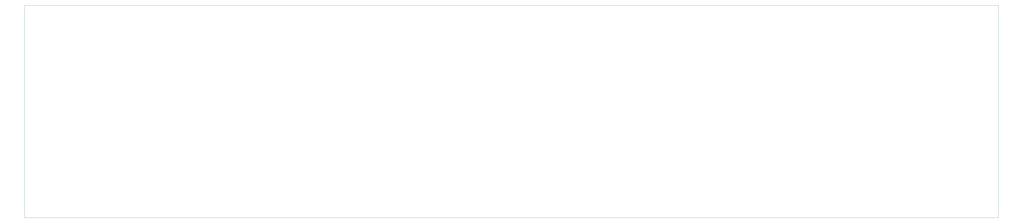
<source format=gbr>
%TF.GenerationSoftware,KiCad,Pcbnew,(5.1.10)-1*%
%TF.CreationDate,2022-05-27T13:17:46-06:00*%
%TF.ProjectId,Lift_02,4c696674-5f30-4322-9e6b-696361645f70,rev?*%
%TF.SameCoordinates,Original*%
%TF.FileFunction,Profile,NP*%
%FSLAX46Y46*%
G04 Gerber Fmt 4.6, Leading zero omitted, Abs format (unit mm)*
G04 Created by KiCad (PCBNEW (5.1.10)-1) date 2022-05-27 13:17:46*
%MOMM*%
%LPD*%
G01*
G04 APERTURE LIST*
%TA.AperFunction,Profile*%
%ADD10C,0.050000*%
%TD*%
%TA.AperFunction,Profile*%
%ADD11C,0.100000*%
%TD*%
G04 APERTURE END LIST*
D10*
X417000000Y-91000000D02*
X417000000Y0D01*
X0Y-91000000D02*
X0Y0D01*
X308000000Y-91000000D02*
X0Y-91000000D01*
X308000000Y-91000000D02*
X417000000Y-91000000D01*
D11*
X0Y0D02*
X417000000Y0D01*
M02*

</source>
